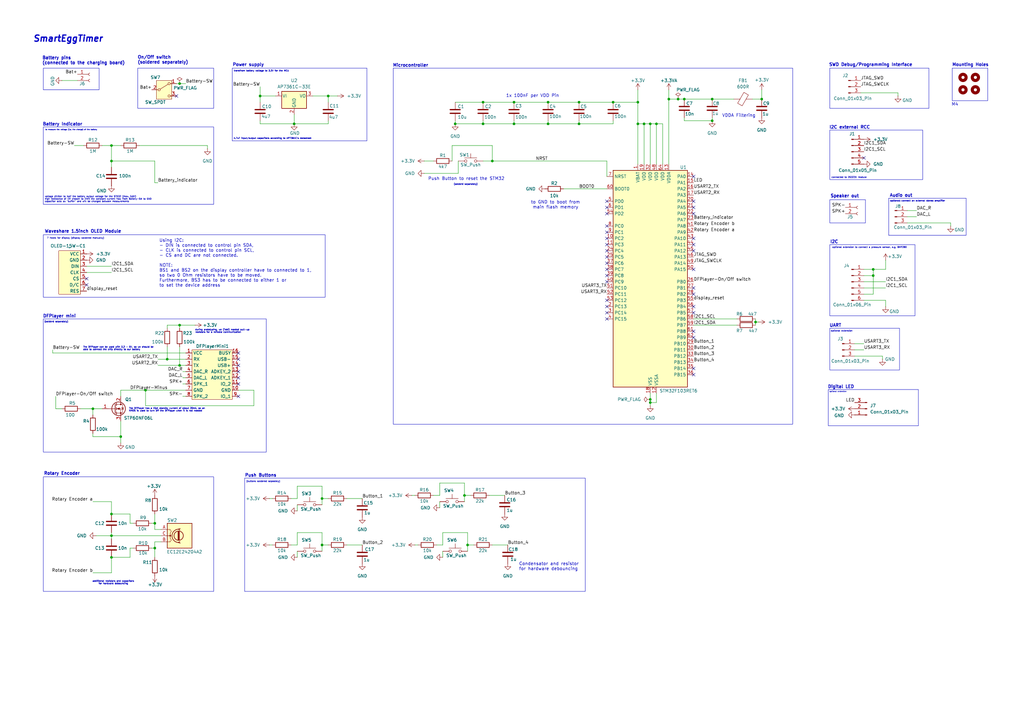
<source format=kicad_sch>
(kicad_sch (version 20231120) (generator "eeschema") (generator_version "8.0")
  (paper "A3")
  (title_block (title "SmartEggTimer") (date "2024-08-09") (rev "v1") (comment 1 "For ESHO_1"))
  (junction (at 201.93 66.04))
  (junction (at 186.69 50.8))
  (junction (at 73.66 34.29))
  (junction (at 210.82 50.8))
  (junction (at 266.7 50.8))
  (junction (at 278.13 40.64))
  (junction (at 63.5 224.79))
  (junction (at 63.5 214.63))
  (junction (at 292.1 49.53))
  (junction (at 269.24 50.8))
  (junction (at 45.72 219.71))
  (junction (at 312.42 40.64))
  (junction (at 358.14 110.49))
  (junction (at 38.1 167.64))
  (junction (at 68.58 147.32))
  (junction (at 224.79 50.8))
  (junction (at 261.62 41.91))
  (junction (at 358.14 113.03))
  (junction (at 237.49 50.8))
  (junction (at 134.62 39.37))
  (junction (at 120.65 50.8))
  (junction (at 261.62 50.8))
  (junction (at 191.77 223.52))
  (junction (at 45.72 59.69))
  (junction (at 237.49 41.91))
  (junction (at 280.67 40.64))
  (junction (at 49.53 179.07))
  (junction (at 73.66 133.35))
  (junction (at 309.88 132.08))
  (junction (at 45.72 228.6))
  (junction (at 198.12 50.8))
  (junction (at 45.72 210.82))
  (junction (at 106.68 39.37))
  (junction (at 45.72 66.04))
  (junction (at 266.7 163.83))
  (junction (at 73.66 149.86))
  (junction (at 190.5 203.2))
  (junction (at 251.46 41.91))
  (junction (at 59.69 160.02))
  (junction (at 132.08 204.47))
  (junction (at 292.1 40.64))
  (junction (at 266.7 165.1))
  (junction (at 264.16 50.8))
  (junction (at 274.32 40.64))
  (junction (at 132.08 223.52))
  (junction (at 198.12 41.91))
  (junction (at 210.82 41.91))
  (junction (at 224.79 41.91))
  (no_connect (at 248.92 107.95))
  (no_connect (at 248.92 95.25))
  (no_connect (at 97.79 157.48))
  (no_connect (at 97.79 154.94))
  (no_connect (at 284.48 82.55))
  (no_connect (at 248.92 115.57))
  (no_connect (at 35.56 114.3))
  (no_connect (at 97.79 144.78))
  (no_connect (at 284.48 153.67))
  (no_connect (at 248.92 85.09))
  (no_connect (at 284.48 102.87))
  (no_connect (at 97.79 149.86))
  (no_connect (at 248.92 110.49))
  (no_connect (at 97.79 162.56))
  (no_connect (at 248.92 105.41))
  (no_connect (at 248.92 102.87))
  (no_connect (at 248.92 128.27))
  (no_connect (at 284.48 97.79))
  (no_connect (at 97.79 147.32))
  (no_connect (at 35.56 116.84))
  (no_connect (at 284.48 135.89))
  (no_connect (at 284.48 151.13))
  (no_connect (at 284.48 87.63))
  (no_connect (at 248.92 123.19))
  (no_connect (at 284.48 128.27))
  (no_connect (at 354.33 64.77))
  (no_connect (at 284.48 72.39))
  (no_connect (at 284.48 100.33))
  (no_connect (at 248.92 87.63))
  (no_connect (at 248.92 130.81))
  (no_connect (at 72.39 39.37))
  (no_connect (at 284.48 85.09))
  (no_connect (at 284.48 138.43))
  (no_connect (at 248.92 82.55))
  (no_connect (at 248.92 113.03))
  (no_connect (at 248.92 92.71))
  (no_connect (at 248.92 97.79))
  (no_connect (at 284.48 118.11))
  (no_connect (at 97.79 152.4))
  (no_connect (at 248.92 125.73))
  (no_connect (at 284.48 110.49))
  (no_connect (at 248.92 100.33))
  (no_connect (at 284.48 125.73))
  (no_connect (at 284.48 120.65))
  (wire (pts (xy 73.66 149.86) (xy 76.2 149.86)))
  (wire (pts (xy 353.06 38.1) (xy 368.3 38.1)))
  (wire (pts (xy 63.5 214.63) (xy 63.5 217.17)))
  (wire (pts (xy 261.62 50.8) (xy 261.62 67.31)))
  (wire (pts (xy 59.69 166.37) (xy 59.69 160.02)))
  (wire (pts (xy 190.5 198.12) (xy 190.5 203.2)))
  (wire (pts (xy 186.69 50.8) (xy 198.12 50.8)))
  (wire (pts (xy 132.08 204.47) (xy 134.62 204.47)))
  (wire (pts (xy 350.52 143.51) (xy 354.33 143.51)))
  (wire (pts (xy 22.86 162.56) (xy 22.86 167.64)))
  (wire (pts (xy 49.53 162.56) (xy 49.53 160.02)))
  (wire (pts (xy 53.34 224.79) (xy 53.34 228.6)))
  (wire (pts (xy 41.91 59.69) (xy 45.72 59.69)))
  (wire (pts (xy 106.68 39.37) (xy 113.03 39.37)))
  (wire (pts (xy 190.5 203.2) (xy 190.5 205.74)))
  (wire (pts (xy 21.59 143.51) (xy 21.59 144.78)))
  (wire (pts (xy 168.91 203.2) (xy 170.18 203.2)))
  (wire (pts (xy 63.5 74.93) (xy 64.77 74.93)))
  (wire (pts (xy 173.99 66.04) (xy 177.8 66.04)))
  (wire (pts (xy 45.72 66.04) (xy 63.5 66.04)))
  (wire (pts (xy 389.89 91.44) (xy 389.89 92.71)))
  (wire (pts (xy 269.24 165.1) (xy 266.7 165.1)))
  (wire (pts (xy 53.34 210.82) (xy 45.72 210.82)))
  (wire (pts (xy 210.82 41.91) (xy 224.79 41.91)))
  (wire (pts (xy 186.69 49.53) (xy 186.69 50.8)))
  (wire (pts (xy 264.16 50.8) (xy 266.7 50.8)))
  (wire (pts (xy 271.78 50.8) (xy 271.78 67.31)))
  (wire (pts (xy 132.08 199.39) (xy 132.08 204.47)))
  (wire (pts (xy 210.82 50.8) (xy 198.12 50.8)))
  (wire (pts (xy 45.72 219.71) (xy 66.04 219.71)))
  (wire (pts (xy 63.5 224.79) (xy 63.5 228.6)))
  (wire (pts (xy 266.7 50.8) (xy 269.24 50.8)))
  (wire (pts (xy 132.08 223.52) (xy 134.62 223.52)))
  (wire (pts (xy 201.93 66.04) (xy 248.92 66.04)))
  (wire (pts (xy 53.34 214.63) (xy 53.34 210.82)))
  (wire (pts (xy 38.1 167.64) (xy 38.1 170.18)))
  (wire (pts (xy 119.38 223.52) (xy 121.92 223.52)))
  (wire (pts (xy 181.61 226.06) (xy 181.61 228.6)))
  (wire (pts (xy 104.14 166.37) (xy 59.69 166.37)))
  (wire (pts (xy 372.11 86.36) (xy 375.92 86.36)))
  (wire (pts (xy 49.53 172.72) (xy 49.53 179.07)))
  (wire (pts (xy 110.49 204.47) (xy 111.76 204.47)))
  (wire (pts (xy 309.88 130.81) (xy 309.88 132.08)))
  (wire (pts (xy 53.34 214.63) (xy 54.61 214.63)))
  (wire (pts (xy 121.92 204.47) (xy 121.92 199.39)))
  (wire (pts (xy 85.09 59.69) (xy 85.09 60.96)))
  (wire (pts (xy 187.96 66.04) (xy 187.96 71.12)))
  (wire (pts (xy 191.77 223.52) (xy 194.31 223.52)))
  (wire (pts (xy 261.62 41.91) (xy 261.62 50.8)))
  (wire (pts (xy 358.14 113.03) (xy 354.33 113.03)))
  (wire (pts (xy 354.33 118.11) (xy 363.22 118.11)))
  (wire (pts (xy 191.77 218.44) (xy 191.77 223.52)))
  (wire (pts (xy 104.14 160.02) (xy 104.14 166.37)))
  (wire (pts (xy 198.12 66.04) (xy 201.93 66.04)))
  (wire (pts (xy 177.8 203.2) (xy 180.34 203.2)))
  (wire (pts (xy 280.67 48.26) (xy 280.67 49.53)))
  (wire (pts (xy 121.92 226.06) (xy 121.92 228.6)))
  (wire (pts (xy 59.69 160.02) (xy 76.2 160.02)))
  (wire (pts (xy 224.79 50.8) (xy 210.82 50.8)))
  (wire (pts (xy 21.59 144.78) (xy 76.2 144.78)))
  (wire (pts (xy 63.5 224.79) (xy 63.5 222.25)))
  (wire (pts (xy 237.49 41.91) (xy 251.46 41.91)))
  (wire (pts (xy 142.24 204.47) (xy 148.59 204.47)))
  (wire (pts (xy 354.33 115.57) (xy 363.22 115.57)))
  (wire (pts (xy 119.38 204.47) (xy 121.92 204.47)))
  (wire (pts (xy 358.14 113.03) (xy 358.14 120.65)))
  (wire (pts (xy 35.56 109.22) (xy 45.72 109.22)))
  (wire (pts (xy 358.14 110.49) (xy 358.14 113.03)))
  (wire (pts (xy 132.08 223.52) (xy 132.08 226.06)))
  (wire (pts (xy 201.93 66.04) (xy 201.93 59.69)))
  (wire (pts (xy 180.34 205.74) (xy 180.34 208.28)))
  (wire (pts (xy 49.53 179.07) (xy 49.53 181.61)))
  (wire (pts (xy 120.65 46.99) (xy 120.65 50.8)))
  (wire (pts (xy 80.01 133.35) (xy 73.66 133.35)))
  (wire (pts (xy 64.77 149.86) (xy 73.66 149.86)))
  (wire (pts (xy 73.66 133.35) (xy 73.66 134.62)))
  (wire (pts (xy 284.48 133.35) (xy 302.26 133.35)))
  (wire (pts (xy 74.93 154.94) (xy 76.2 154.94)))
  (wire (pts (xy 62.23 224.79) (xy 63.5 224.79)))
  (wire (pts (xy 106.68 49.53) (xy 106.68 50.8)))
  (wire (pts (xy 274.32 36.83) (xy 274.32 40.64)))
  (wire (pts (xy 45.72 66.04) (xy 45.72 68.58)))
  (wire (pts (xy 274.32 40.64) (xy 278.13 40.64)))
  (wire (pts (xy 45.72 234.95) (xy 45.72 228.6)))
  (wire (pts (xy 224.79 49.53) (xy 224.79 50.8)))
  (wire (pts (xy 309.88 132.08) (xy 309.88 133.35)))
  (wire (pts (xy 170.18 223.52) (xy 171.45 223.52)))
  (wire (pts (xy 38.1 177.8) (xy 38.1 179.07)))
  (wire (pts (xy 128.27 39.37) (xy 134.62 39.37)))
  (wire (pts (xy 190.5 203.2) (xy 193.04 203.2)))
  (wire (pts (xy 361.95 147.32) (xy 361.95 146.05)))
  (wire (pts (xy 354.33 123.19) (xy 363.22 123.19)))
  (wire (pts (xy 73.66 142.24) (xy 73.66 149.86)))
  (wire (pts (xy 269.24 50.8) (xy 269.24 67.31)))
  (wire (pts (xy 278.13 40.64) (xy 280.67 40.64)))
  (wire (pts (xy 142.24 223.52) (xy 148.59 223.52)))
  (wire (pts (xy 45.72 205.74) (xy 45.72 210.82)))
  (wire (pts (xy 106.68 35.56) (xy 106.68 39.37)))
  (wire (pts (xy 38.1 167.64) (xy 41.91 167.64)))
  (wire (pts (xy 181.61 218.44) (xy 191.77 218.44)))
  (wire (pts (xy 132.08 204.47) (xy 132.08 207.01)))
  (wire (pts (xy 76.2 162.56) (xy 74.93 162.56)))
  (wire (pts (xy 106.68 39.37) (xy 106.68 41.91)))
  (wire (pts (xy 269.24 161.29) (xy 269.24 165.1)))
  (wire (pts (xy 309.88 132.08) (xy 311.15 132.08)))
  (wire (pts (xy 179.07 223.52) (xy 181.61 223.52)))
  (wire (pts (xy 266.7 163.83) (xy 266.7 165.1)))
  (wire (pts (xy 198.12 50.8) (xy 198.12 49.53)))
  (wire (pts (xy 261.62 50.8) (xy 264.16 50.8)))
  (wire (pts (xy 22.86 167.64) (xy 25.4 167.64)))
  (wire (pts (xy 38.1 205.74) (xy 45.72 205.74)))
  (wire (pts (xy 49.53 160.02) (xy 59.69 160.02)))
  (wire (pts (xy 198.12 41.91) (xy 210.82 41.91)))
  (wire (pts (xy 134.62 50.8) (xy 134.62 49.53)))
  (wire (pts (xy 284.48 130.81) (xy 302.26 130.81)))
  (wire (pts (xy 33.02 167.64) (xy 38.1 167.64)))
  (wire (pts (xy 68.58 133.35) (xy 68.58 134.62)))
  (wire (pts (xy 121.92 223.52) (xy 121.92 218.44)))
  (wire (pts (xy 45.72 219.71) (xy 45.72 220.98)))
  (wire (pts (xy 201.93 223.52) (xy 208.28 223.52)))
  (wire (pts (xy 358.14 110.49) (xy 354.33 110.49)))
  (wire (pts (xy 368.3 38.1) (xy 368.3 39.37)))
  (wire (pts (xy 76.2 157.48) (xy 74.93 157.48)))
  (wire (pts (xy 274.32 40.64) (xy 274.32 67.31)))
  (wire (pts (xy 121.92 218.44) (xy 132.08 218.44)))
  (wire (pts (xy 266.7 165.1) (xy 266.7 166.37)))
  (wire (pts (xy 39.37 219.71) (xy 45.72 219.71)))
  (wire (pts (xy 63.5 217.17) (xy 66.04 217.17)))
  (wire (pts (xy 45.72 228.6) (xy 53.34 228.6)))
  (wire (pts (xy 68.58 147.32) (xy 76.2 147.32)))
  (wire (pts (xy 292.1 48.26) (xy 292.1 49.53)))
  (wire (pts (xy 64.77 147.32) (xy 68.58 147.32)))
  (wire (pts (xy 25.4 33.02) (xy 31.75 33.02)))
  (wire (pts (xy 308.61 40.64) (xy 312.42 40.64)))
  (wire (pts (xy 38.1 234.95) (xy 45.72 234.95)))
  (wire (pts (xy 248.92 66.04) (xy 248.92 72.39)))
  (wire (pts (xy 63.5 214.63) (xy 63.5 210.82)))
  (wire (pts (xy 121.92 199.39) (xy 132.08 199.39)))
  (wire (pts (xy 266.7 50.8) (xy 266.7 67.31)))
  (wire (pts (xy 292.1 40.64) (xy 300.99 40.64)))
  (wire (pts (xy 74.93 152.4) (xy 76.2 152.4)))
  (wire (pts (xy 72.39 34.29) (xy 73.66 34.29)))
  (wire (pts (xy 181.61 223.52) (xy 181.61 218.44)))
  (wire (pts (xy 261.62 36.83) (xy 261.62 41.91)))
  (wire (pts (xy 363.22 110.49) (xy 358.14 110.49)))
  (wire (pts (xy 185.42 59.69) (xy 185.42 66.04)))
  (wire (pts (xy 266.7 161.29) (xy 266.7 163.83)))
  (wire (pts (xy 134.62 39.37) (xy 134.62 41.91)))
  (wire (pts (xy 237.49 50.8) (xy 224.79 50.8)))
  (wire (pts (xy 210.82 49.53) (xy 210.82 50.8)))
  (wire (pts (xy 350.52 146.05) (xy 361.95 146.05)))
  (wire (pts (xy 251.46 41.91) (xy 261.62 41.91)))
  (wire (pts (xy 350.52 140.97) (xy 354.33 140.97)))
  (wire (pts (xy 231.14 77.47) (xy 248.92 77.47)))
  (wire (pts (xy 68.58 142.24) (xy 68.58 147.32)))
  (wire (pts (xy 38.1 179.07) (xy 49.53 179.07)))
  (wire (pts (xy 264.16 50.8) (xy 264.16 67.31)))
  (wire (pts (xy 35.56 111.76) (xy 45.72 111.76)))
  (wire (pts (xy 372.11 88.9) (xy 375.92 88.9)))
  (wire (pts (xy 110.49 223.52) (xy 111.76 223.52)))
  (wire (pts (xy 363.22 106.68) (xy 363.22 110.49)))
  (wire (pts (xy 280.67 40.64) (xy 292.1 40.64)))
  (wire (pts (xy 30.48 59.69) (xy 34.29 59.69)))
  (wire (pts (xy 251.46 50.8) (xy 237.49 50.8)))
  (wire (pts (xy 180.34 203.2) (xy 180.34 198.12)))
  (wire (pts (xy 45.72 59.69) (xy 49.53 59.69)))
  (wire (pts (xy 186.69 41.91) (xy 198.12 41.91)))
  (wire (pts (xy 251.46 49.53) (xy 251.46 50.8)))
  (wire (pts (xy 191.77 223.52) (xy 191.77 226.06)))
  (wire (pts (xy 280.67 49.53) (xy 292.1 49.53)))
  (wire (pts (xy 121.92 207.01) (xy 121.92 209.55)))
  (wire (pts (xy 54.61 224.79) (xy 53.34 224.79)))
  (wire (pts (xy 363.22 123.19) (xy 363.22 125.73)))
  (wire (pts (xy 237.49 49.53) (xy 237.49 50.8)))
  (wire (pts (xy 63.5 214.63) (xy 62.23 214.63)))
  (wire (pts (xy 73.66 133.35) (xy 68.58 133.35)))
  (wire (pts (xy 45.72 59.69) (xy 45.72 66.04)))
  (wire (pts (xy 180.34 198.12) (xy 190.5 198.12)))
  (wire (pts (xy 63.5 222.25) (xy 66.04 222.25)))
  (wire (pts (xy 45.72 218.44) (xy 45.72 219.71)))
  (wire (pts (xy 173.99 71.12) (xy 187.96 71.12)))
  (wire (pts (xy 97.79 160.02) (xy 104.14 160.02)))
  (wire (pts (xy 200.66 203.2) (xy 207.01 203.2)))
  (wire (pts (xy 372.11 91.44) (xy 389.89 91.44)))
  (wire (pts (xy 358.14 120.65) (xy 354.33 120.65)))
  (wire (pts (xy 73.66 34.29) (xy 76.2 34.29)))
  (wire (pts (xy 134.62 39.37) (xy 138.43 39.37)))
  (wire (pts (xy 57.15 59.69) (xy 85.09 59.69)))
  (wire (pts (xy 269.24 50.8) (xy 271.78 50.8)))
  (wire (pts (xy 312.42 36.83) (xy 312.42 40.64)))
  (wire (pts (xy 132.08 218.44) (xy 132.08 223.52)))
  (wire (pts (xy 106.68 50.8) (xy 120.65 50.8)))
  (wire (pts (xy 120.65 50.8) (xy 134.62 50.8)))
  (wire (pts (xy 63.5 66.04) (xy 63.5 74.93)))
  (wire (pts (xy 201.93 59.69) (xy 185.42 59.69)))
  (wire (pts (xy 224.79 41.91) (xy 237.49 41.91)))
  (rectangle (start 340.36 134.62) (end 368.935 151.765))
  (rectangle (start 161.29 27.94) (end 325.12 173.99))
  (rectangle (start 340.36 81.915) (end 354.965 91.44))
  (rectangle (start 364.49 81.28) (end 396.24 96.52))
  (rectangle (start 340.36 100.33) (end 375.285 129.54))
  (rectangle (start 17.78 130.81) (end 109.22 185.42))
  (rectangle (start 17.78 96.266) (end 133.35 121.92))
  (rectangle (start 95.25 27.94) (end 150.495 57.785))
  (rectangle (start 17.78 27.94) (end 40.64 36.83))
  (rectangle (start 17.78 52.07) (end 87.63 83.82))
  (rectangle (start 340.36 53.34) (end 378.46 73.66))
  (rectangle (start 100.33 196.088) (end 240.03 242.57))
  (rectangle (start 56.515 27.94) (end 87.63 44.45))
  (rectangle (start 390.525 27.94) (end 405.13 41.275))
  (rectangle (start 340.36 27.94) (end 381 44.45))
  (rectangle (start 17.78 195.58) (end 87.63 242.57))
  (rectangle (start 339.725 159.766) (end 376.682 174.625))
  (text "to measure the voltage (i.e. the charge) of the battery" (at 29.21 53.34 0) (effects (font (size 0.5 0.5))))
  (text "1x 100nF per VDD Pin" (at 218.44 39.37 0) (effects (font (size 1.27 1.27))))
  (text "Rotary Encoder" (at 25.4 194.31 0) (effects (font (size 1.27 1.27) (thickness 0.254) (bold yes))))
  (text "Speaker out" (at 346.456 80.518 0) (effects (font (size 1.27 1.27) (thickness 0.254) (bold yes))))
  (text "M4" (at 391.668 42.926 0) (effects (font (size 1.27 1.27))))
  (text "Waveshare 1.5inch OLED Module" (at 34.036 94.996 0) (effects (font (size 1.27 1.27) (thickness 0.254) (bold yes))))
  (text "Mounting Holes" (at 398.018 26.67 0) (effects (font (size 1.27 1.27) (thickness 0.254) (bold yes))))
  (text "optional extension" (at 343.662 160.782 0) (effects (font (size 0.5 0.5) (thickness 0.1) (bold yes))))
  (text "UART" (at 342.646 133.604 0) (effects (font (size 1.27 1.27) (thickness 0.254) (bold yes))))
  (text "transfrom battery voltage to 3.3V for the MCU" (at 107.188 29.21 0) (effects (font (size 0.635 0.635))))
  (text "during prototyping, we (Tobi) needed pull-up \nresistors for a reliable communication" (at 80.01 135.89 0) (effects (font (size 0.635 0.635)) (justify left)))
  (text "(solderd separately)" (at 191.008 75.692 0) (effects (font (size 0.635 0.635))))
  (text "Microcontroller" (at 168.402 26.924 0) (effects (font (size 1.27 1.27) (bold yes))))
  (text "optional extension" (at 345.186 135.89 0) (effects (font (size 0.635 0.635) (thickness 0.127) (bold yes))))
  (text "voltage divider to half the battery output voltage for the STM32 (max. 3.6V)\nhigh resistance of 1M chosen to limit the constant current flow from Battery-SW to GND\ncapacitor acts as \"buffer\" and will be charged between measurements" (at 18.288 81.788 0) (effects (font (size 0.635 0.635) (thickness 0.127) (bold yes)) (justify left)))
  (text "optional: connect an external stereo amplifier" (at 364.998 82.55 0) (effects (font (size 0.635 0.635)) (justify left)))
  (text "4.7uF input/output capacitors according to AP7361C's datasheet" (at 111.76 56.896 0) (effects (font (size 0.635 0.635))))
  (text "I2C" (at 342.138 99.314 0) (effects (font (size 1.27 1.27) (thickness 0.254) (bold yes))))
  (text "Power supply" (at 101.854 26.67 0) (effects (font (size 1.27 1.27) (thickness 0.254) (bold yes))))
  (text "(buttons soldered sepeately)" (at 107.95 197.612 0) (effects (font (size 0.635 0.635) (thickness 0.127) (bold yes))))
  (text "Condensator and resistor\nfor hardware debouncing" (at 212.852 232.41 0) (effects (font (size 1.27 1.27)) (justify left)))
  (text "Battery pins\n(connected to the charging board)" (at 17.272 24.892 0) (effects (font (size 1.27 1.27) (thickness 0.254) (bold yes)) (justify left)))
  (text "(solderd separately)" (at 23.114 132.08 0) (effects (font (size 0.635 0.635))))
  (text "to GND to boot from\nmain flash memory" (at 227.838 84.074 0) (effects (font (size 1.27 1.27))))
  (text "connected to DS3231 module" (at 348.234 72.898 0) (effects (font (size 0.635 0.635) (thickness 0.127) (bold yes))))
  (text "Push Buttons" (at 106.934 195.072 0) (effects (font (size 1.27 1.27) (thickness 0.254) (bold yes))))
  (text "I2C external RCC" (at 348.488 52.324 0) (effects (font (size 1.27 1.27) (thickness 0.254) (bold yes))))
  (text "SmartEggTimer" (at 27.94 16.002 0) (effects (font (size 2.54 2.54) (thickness 0.508) (bold yes) (italic yes))))
  (text "DFPlayer mini" (at 24.384 129.794 0) (effects (font (size 1.27 1.27) (thickness 0.254) (bold yes))))
  (text "additional resistors and capacitors\nfor hardware debouncing" (at 46.482 239.014 0) (effects (font (size 0.635 0.635))))
  (text "SWD Debug/Programming Interface" (at 357.124 26.67 0) (effects (font (size 1.27 1.27) (thickness 0.254) (bold yes))))
  (text "The DFPlayer can be used with 3,2 - 5V, so we should be \nable to connect the chip directly to our battery" (at 34.036 143.002 0) (effects (font (size 0.635 0.635)) (justify left)))
  (text "On/Off switch\n(soldered separately)" (at 56.388 24.638 0) (effects (font (size 1.27 1.27) (thickness 0.254) (bold yes)) (justify left)))
  (text "Push Button to reset the STM32" (at 191.262 73.406 0) (effects (font (size 1.27 1.27))))
  (text "Audio out" (at 369.57 80.264 0) (effects (font (size 1.27 1.27) (thickness 0.254) (bold yes))))
  (text "VDDA Filtering" (at 303.022 47.498 0) (effects (font (size 1.27 1.27))))
  (text "The DFPlayer has a high standby current of about 20mA, so an\nNMOS is used to turn off the DFPlayer when it is not needed" (at 52.832 168.148 0) (effects (font (size 0.635 0.635)) (justify left)))
  (text "Battery Indicator" (at 25.654 51.054 0) (effects (font (size 1.27 1.27) (thickness 0.254) (bold yes))))
  (text "Using I2C: \n- DIN is connected to control pin SDA,\n- CLK is connected to control pin SCL,\n- CS and DC are not connected.\n\nNOTE:\nBS1 and BS2 on the display controller have to connected to 1, \nso two 0 Ohm resistors have to be moved.\nFurthermore, BS3 has to be connected to either 1 or \nto set the device address" (at 65.278 107.95 0) (effects (font (size 1.27 1.27)) (justify left)))
  (text "7 Holes for display (display soldered manually)" (at 30.988 97.79 0) (effects (font (size 0.635 0.635) (thickness 0.127) (bold yes))))
  (text "Digital LED" (at 344.932 158.75 0) (effects (font (size 1.27 1.27) (thickness 0.254) (bold yes))))
  (text "optional extension to connect a pressure sensor, e.g. BMP280" (at 356.616 101.6 0) (effects (font (size 0.635 0.635) (thickness 0.127) (bold yes))))
  (label "USART3_RX" (at 354.33 143.51 0))
  (label "DAC_L" (at 74.93 154.94 180))
  (label "Rotary Encoder a" (at 284.48 95.25 0))
  (label "JTAG_SWCLK" (at 353.06 35.56 0))
  (label "JTAG_SWD" (at 353.06 33.02 0))
  (label "Button_4" (at 284.48 148.59 0))
  (label "Button_3" (at 284.48 146.05 0))
  (label "DAC_L" (at 375.92 88.9 0))
  (label "Battery-SW" (at 30.48 59.69 180))
  (label "Button_2" (at 284.48 143.51 0))
  (label "SPK+" (at 346.71 87.63 180))
  (label "I2C1_SDA" (at 45.72 109.22 0))
  (label "DAC_R" (at 375.92 86.36 0))
  (label "Bat+" (at 62.23 36.83 180))
  (label "Button_4" (at 208.28 223.52 0))
  (label "display_reset" (at 35.56 119.38 0))
  (label "I2C1_SDA" (at 363.22 115.57 0))
  (label "Button_2" (at 148.59 223.52 0))
  (label "Rotary Encoder a" (at 38.1 205.74 180))
  (label "USART2_TX" (at 64.77 147.32 180))
  (label "DFPlayer-On{slash}Off switch" (at 284.48 115.57 0))
  (label "Button_1" (at 148.59 204.47 0))
  (label "I2C1_SCL" (at 363.22 118.11 0))
  (label "display_reset" (at 284.48 123.19 0))
  (label "LED" (at 350.52 165.1 180))
  (label "BOOT0" (at 237.49 77.47 0))
  (label "USART2_RX" (at 284.48 80.01 0))
  (label "JTAG_SWD" (at 284.48 105.41 0))
  (label "JTAG_SWCLK" (at 284.48 107.95 0))
  (label "DAC_R" (at 74.93 152.4 180))
  (label "DFPlayer-On{slash}Off switch" (at 22.86 162.56 0))
  (label "Rotary Encoder b" (at 38.1 234.95 180))
  (label "I2C1_SCL" (at 284.48 130.81 0))
  (label "USART3_TX" (at 248.92 118.11 180))
  (label "Bat+" (at 31.75 30.48 180))
  (label "SPK-" (at 346.71 85.09 180))
  (label "SPK+" (at 74.93 157.48 180))
  (label "I2C1_SDA" (at 284.48 133.35 0))
  (label "USART2_TX" (at 284.48 77.47 0))
  (label "Button_3" (at 207.01 203.2 0))
  (label "Battery_indicator" (at 64.77 74.93 0))
  (label "Battery-SW" (at 106.68 35.56 180))
  (label "I2C1_SDA" (at 354.33 59.69 0))
  (label "Battery-SW" (at 76.2 34.29 0))
  (label "USART2_RX" (at 64.77 149.86 180))
  (label "I2C1_SCL" (at 45.72 111.76 0))
  (label "Battery_indicator" (at 284.48 90.17 0))
  (label "DFPlayer-Minus" (at 53.34 160.02 0))
  (label "LED" (at 284.48 74.93 0))
  (label "I2C1_SCL" (at 354.33 62.23 0))
  (label "Button_1" (at 284.48 140.97 0))
  (label "SPK-" (at 74.93 162.56 180))
  (label "USART3_TX" (at 354.33 140.97 0))
  (label "Battery-SW" (at 21.59 143.51 0))
  (label "Rotary Encoder b" (at 284.48 92.71 0))
  (label "USART3_RX" (at 248.92 120.65 180))
  (label "NRST" (at 219.71 66.04 0))
  (symbol (lib_id "Device:R") (at 138.43 204.47 270) (unit 1)
    (property "Reference" "R15" (at 138.43 202.184 90))
    (property "Value" "22k" (at 138.43 206.756 90))
    (property "Footprint" "Resistor_SMD:R_0402_1005Metric" (effects (hide yes)))
    (property "Description" "Resistor" (effects (hide yes)))
    (property "LCSC Part Number" "C25768" (effects (hide yes)))
  )
  (symbol (lib_id "power:GND") (at 45.72 76.2 0) (unit 1)
    (property "Reference" "#PWR046" (effects (hide yes)))
    (property "Value" "GND" (at 41.656 78.232 0))
    (property "Description" "Power symbol creates a global label with name \"GND\" , ground" (effects (hide yes)))
  )
  (symbol (lib_id "Device:R") (at 68.58 138.43 0) (unit 1)
    (property "Reference" "R22" (at 63.5 136.652 0) (effects (justify left)))
    (property "Value" "100k" (at 62.23 140.208 0) (effects (justify left)))
    (property "Footprint" "Resistor_SMD:R_0402_1005Metric" (effects (hide yes)))
    (property "Description" "Resistor" (effects (hide yes)))
    (property "LCSC Part Number" "C25741" (effects (hide yes)))
  )
  (symbol (lib_id "Device:Q_NMOS_GDS") (at 46.99 167.64 0) (unit 1) (in_bom no)
    (property "Reference" "Q1" (at 51.308 163.83 0) (effects (justify left)))
    (property "Value" "STP60NF06L" (at 50.8 171.45 0) (effects (justify left)))
    (property "Footprint" "Package_TO_SOT_THT:TO-220-3_Vertical" (effects (hide yes)))
    (property "Description" "N-MOSFET transistor, gate/drain/source" (effects (hide yes)))
  )
  (symbol (lib_id "power:+3.3V") (at 63.5 203.2 0) (mirror y) (unit 1)
    (property "Reference" "#PWR042" (effects (hide yes)))
    (property "Value" "+3.3V" (at 66.04 199.39 0) (effects (justify left)))
    (property "Description" "Power symbol creates a global label with name \"+3.3V\"" (effects (hide yes)))
  )
  (symbol (lib_id "power:+3.3V") (at 110.49 223.52 90) (unit 1)
    (property "Reference" "#PWR021" (effects (hide yes)))
    (property "Value" "+3.3V" (at 106.68 223.5199 90) (effects (justify left)))
    (property "Description" "Power symbol creates a global label with name \"+3.3V\"" (effects (hide yes)))
  )
  (symbol (lib_id "power:GND") (at 49.53 181.61 0) (unit 1)
    (property "Reference" "#PWR033" (effects (hide yes)))
    (property "Value" "GND" (at 53.34 183.388 0))
    (property "Description" "Power symbol creates a global label with name \"GND\" , ground" (effects (hide yes)))
  )
  (symbol (lib_id "Device:R") (at 63.5 207.01 0) (mirror y) (unit 1)
    (property "Reference" "R8" (at 60.706 205.232 0))
    (property "Value" "10k" (at 67.056 208.788 0))
    (property "Footprint" "Resistor_SMD:R_0402_1005Metric" (effects (hide yes)))
    (property "Description" "Resistor" (effects (hide yes)))
    (property "LCSC Part Number" "C25744" (effects (hide yes)))
  )
  (symbol (lib_id "Device:C") (at 148.59 227.33 0) (unit 1)
    (property "Reference" "C17" (at 149.606 225.298 0) (effects (justify left)))
    (property "Value" "1u" (at 149.098 229.616 0) (effects (justify left)))
    (property "Footprint" "Capacitor_SMD:C_0402_1005Metric" (effects (hide yes)))
    (property "Description" "Unpolarized capacitor" (effects (hide yes)))
    (property "LCSC Part Number" "C52923" (effects (hide yes)))
  )
  (symbol (lib_id "power:+3.3V") (at 170.18 223.52 90) (unit 1)
    (property "Reference" "#PWR028" (effects (hide yes)))
    (property "Value" "+3.3V" (at 166.37 223.5199 90) (effects (justify left)))
    (property "Description" "Power symbol creates a global label with name \"+3.3V\"" (effects (hide yes)))
  )
  (symbol (lib_id "power:GND") (at 121.92 209.55 270) (unit 1)
    (property "Reference" "#PWR019" (effects (hide yes)))
    (property "Value" "GND" (at 118.11 209.5499 90) (effects (justify right)))
    (property "Description" "Power symbol creates a global label with name \"GND\" , ground" (effects (hide yes)))
  )
  (symbol (lib_id "Connector:Conn_01x03_Pin") (at 355.6 167.64 180) (unit 1) (in_bom no)
    (property "Reference" "J7" (at 356.87 166.3699 0) (effects (justify right)))
    (property "Value" "Conn_01x03_Pin" (at 356.87 168.9099 0) (effects (justify right)))
    (property "Footprint" "Connector_PinHeader_2.54mm:PinHeader_1x03_P2.54mm_Vertical" (effects (hide yes)))
    (property "Description" "Generic connector, single row, 01x03, script generated" (effects (hide yes)))
  )
  (symbol (lib_id "Device:R") (at 138.43 223.52 270) (unit 1)
    (property "Reference" "R19" (at 138.43 221.234 90))
    (property "Value" "22k" (at 138.43 225.806 90))
    (property "Footprint" "Resistor_SMD:R_0402_1005Metric" (effects (hide yes)))
    (property "Description" "Resistor" (effects (hide yes)))
    (property "LCSC Part Number" "C25768" (effects (hide yes)))
  )
  (symbol (lib_id "power:GND") (at 208.28 231.14 0) (unit 1)
    (property "Reference" "#PWR039" (effects (hide yes)))
    (property "Value" "GND" (at 208.28 236.22 0))
    (property "Description" "Power symbol creates a global label with name \"GND\" , ground" (effects (hide yes)))
  )
  (symbol (lib_id "power:GND") (at 173.99 71.12 270) (unit 1)
    (property "Reference" "#PWR09" (effects (hide yes)))
    (property "Value" "GND" (at 170.18 71.1199 90) (effects (justify right)))
    (property "Description" "Power symbol creates a global label with name \"GND\" , ground" (effects (hide yes)))
  )
  (symbol (lib_id "Device:C") (at 292.1 44.45 0) (unit 1)
    (property "Reference" "C8" (at 292.354 42.418 0) (effects (justify left)))
    (property "Value" "1u" (at 292.1 46.482 0) (effects (justify left)))
    (property "Footprint" "Capacitor_SMD:C_0402_1005Metric" (effects (hide yes)))
    (property "Description" "Unpolarized capacitor" (effects (hide yes)))
    (property "LCSC Part Number" "C52923" (effects (hide yes)))
  )
  (symbol (lib_id "power:GND") (at 25.4 33.02 270) (unit 1)
    (property "Reference" "#PWR012" (effects (hide yes)))
    (property "Value" "GND" (at 21.59 33.274 0))
    (property "Description" "Power symbol creates a global label with name \"GND\" , ground" (effects (hide yes)))
  )
  (symbol (lib_id "power:+3.3V") (at 138.43 39.37 270) (unit 1)
    (property "Reference" "#PWR014" (effects (hide yes)))
    (property "Value" "+3.3V" (at 142.24 39.3699 90) (effects (justify left)))
    (property "Description" "Power symbol creates a global label with name \"+3.3V\"" (effects (hide yes)))
  )
  (symbol (lib_id "power:GND") (at 148.59 231.14 0) (unit 1)
    (property "Reference" "#PWR037" (effects (hide yes)))
    (property "Value" "GND" (at 148.59 236.22 0))
    (property "Description" "Power symbol creates a global label with name \"GND\" , ground" (effects (hide yes)))
  )
  (symbol (lib_id "power:+3.3V") (at 311.15 132.08 270) (unit 1)
    (property "Reference" "#PWR040" (effects (hide yes)))
    (property "Value" "+3.3V" (at 314.96 132.0799 90) (effects (justify left)))
    (property "Description" "Power symbol creates a global label with name \"+3.3V\"" (effects (hide yes)))
  )
  (symbol (lib_id "power:+3.3V") (at 350.52 167.64 90) (unit 1)
    (property "Reference" "#PWR045" (effects (hide yes)))
    (property "Value" "+3.3V" (at 346.71 167.64 90) (effects (justify left)))
    (property "Description" "Power symbol creates a global label with name \"+3.3V\"" (effects (hide yes)))
  )
  (symbol (lib_id "Device:R") (at 38.1 59.69 270) (unit 1)
    (property "Reference" "R12" (at 38.1 57.404 90))
    (property "Value" "1M" (at 38.1 61.976 90))
    (property "Footprint" "Resistor_SMD:R_0402_1005Metric" (effects (hide yes)))
    (property "Description" "Resistor" (effects (hide yes)))
    (property "LCSC Part Number" "C26083" (effects (hide yes)))
  )
  (symbol (lib_id "Switch:SW_Push") (at 127 207.01 0) (unit 1) (in_bom no)
    (property "Reference" "SW3" (at 125.73 202.438 0))
    (property "Value" "SW_Push" (at 127.508 208.788 0))
    (property "Footprint" "Button_Switch_THT:SW_PUSH_6mm_H13mm" (effects (hide yes)))
    (property "Description" "Push button switch, generic, two pins" (effects (hide yes)))
  )
  (symbol (lib_id "custom-parts:OLED-15W-C") (at 27.94 110.49 0) (unit 1) (in_bom no)
    (property "Reference" "OLED-15W-C1" (at 27.94 100.838 0))
    (property "Value" "~" (at 28.575 101.6 0))
    (property "Footprint" "Connector_PinSocket_2.54mm:PinSocket_1x07_P2.54mm_Vertical" (effects (hide yes)))
  )
  (symbol (lib_id "power:+3.3V") (at 261.62 36.83 0) (unit 1)
    (property "Reference" "#PWR01" (effects (hide yes)))
    (property "Value" "+3.3V" (at 261.62 33.02 0))
    (property "Description" "Power symbol creates a global label with name \"+3.3V\"" (effects (hide yes)))
  )
  (symbol (lib_id "power:PWR_FLAG") (at 73.66 34.29 0) (unit 1)
    (property "Reference" "#FLG02" (effects (hide yes)))
    (property "Value" "PWR_FLAG" (at 75.946 36.068 0))
    (property "Description" "Special symbol for telling ERC where power comes from" (effects (hide yes)))
  )
  (symbol (lib_id "power:GND") (at 121.92 228.6 270) (unit 1)
    (property "Reference" "#PWR022" (effects (hide yes)))
    (property "Value" "GND" (at 118.11 228.5999 90) (effects (justify right)))
    (property "Description" "Power symbol creates a global label with name \"GND\" , ground" (effects (hide yes)))
  )
  (symbol (lib_id "power:+3.3VA") (at 274.32 36.83 0) (unit 1)
    (property "Reference" "#PWR02" (effects (hide yes)))
    (property "Value" "+3.3VA" (at 274.32 33.02 0))
    (property "Description" "Power symbol creates a global label with name \"+3.3VA\"" (effects (hide yes)))
  )
  (symbol (lib_id "Device:C") (at 198.12 45.72 0) (unit 1)
    (property "Reference" "C2" (at 198.882 43.688 0) (effects (justify left)))
    (property "Value" "100n" (at 198.628 48.006 0) (effects (justify left)))
    (property "Footprint" "Capacitor_SMD:C_0402_1005Metric" (effects (hide yes)))
    (property "Description" "Unpolarized capacitor" (effects (hide yes)))
    (property "LCSC Part Number" "C307331" (effects (hide yes)))
  )
  (symbol (lib_id "Connector:Conn_01x02_Socket") (at 351.79 85.09 0) (unit 1) (in_bom no)
    (property "Reference" "J5" (at 347.472 88.9 0) (effects (justify left)))
    (property "Value" "Conn_01x02_Socket" (effects (hide yes)))
    (property "Footprint" "Connector_PinHeader_2.54mm:PinHeader_1x02_P2.54mm_Vertical" (effects (hide yes)))
    (property "Description" "Generic connector, single row, 01x02, script generated" (effects (hide yes)))
  )
  (symbol (lib_id "Device:R") (at 58.42 224.79 270) (unit 1)
    (property "Reference" "R10" (at 58.674 222.758 90))
    (property "Value" "10k" (at 58.674 226.822 90))
    (property "Footprint" "Resistor_SMD:R_0402_1005Metric" (effects (hide yes)))
    (property "Description" "Resistor" (effects (hide yes)))
    (property "LCSC Part Number" "C25744" (effects (hide yes)))
  )
  (symbol (lib_id "Device:C") (at 186.69 45.72 0) (unit 1)
    (property "Reference" "C1" (at 187.706 43.688 0) (effects (justify left)))
    (property "Value" "10u" (at 187.706 48.006 0) (effects (justify left)))
    (property "Footprint" "Capacitor_SMD:C_0603_1608Metric" (effects (hide yes)))
    (property "Description" "Unpolarized capacitor" (effects (hide yes)))
    (property "LCSC Part Number" "C19702" (effects (hide yes)))
  )
  (symbol (lib_id "Mechanical:MountingHole") (at 394.97 31.75 0) (unit 1) (exclude_from_sim yes) (in_bom no)
    (property "Reference" "H8" (effects (hide yes)))
    (property "Value" "MountingHole" (effects (hide yes)))
    (property "Footprint" "custom-parts:MountingHole_4.3mm_M4_Without-Screws" (effects (hide yes)))
    (property "Description" "Mounting Hole without connection" (effects (hide yes)))
  )
  (symbol (lib_id "power:GND") (at 148.59 212.09 0) (unit 1)
    (property "Reference" "#PWR032" (effects (hide yes)))
    (property "Value" "GND" (at 148.59 217.17 0))
    (property "Description" "Power symbol creates a global label with name \"GND\" , ground" (effects (hide yes)))
  )
  (symbol (lib_id "power:GND") (at 266.7 166.37 0) (unit 1)
    (property "Reference" "#PWR03" (effects (hide yes)))
    (property "Value" "GND" (at 266.7 171.45 0))
    (property "Description" "Power symbol creates a global label with name \"GND\" , ground" (effects (hide yes)))
  )
  (symbol (lib_id "Regulator_Linear:AP7361C-33E") (at 120.65 39.37 0) (unit 1)
    (property "Reference" "U2" (at 120.65 33.02 0))
    (property "Value" "AP7361C-33E" (at 120.65 35.56 0))
    (property "Footprint" "custom-parts:SOT-223_L6.5-W3.5-P2.30-LS7.0-BR" (effects (hide yes)))
    (property "Datasheet" "https://www.diodes.com/assets/Datasheets/AP7361C.pdf" (effects (hide yes)))
    (property "Description" "1A Low Dropout regulator, positive, 3.3V fixed output, SOT-223" (effects (hide yes)))
    (property "LCSC Part Number" "C500795" (effects (hide yes)))
  )
  (symbol (lib_id "MCU_ST_STM32F1:STM32F103RETx") (at 266.7 115.57 0) (unit 1)
    (property "Reference" "U1" (at 278.892 68.58 0) (effects (justify left)))
    (property "Value" "STM32F103RET6" (at 270.51 160.274 0) (effects (justify left)))
    (property "Footprint" "custom-parts:LQFP-64_L10.0-W10.0-P0.50-LS12.0-BL" (effects (hide yes)))
    (property "Datasheet" "https://www.st.com/resource/en/datasheet/stm32f103re.pdf" (effects (hide yes)))
    (property "Description" "STMicroelectronics Arm Cortex-M3 MCU, 512KB flash, 64KB RAM, 72 MHz, 2.0-3.6V, 51 GPIO, LQFP64" (effects (hide yes)))
    (property "LCSC Part Number" "C8322" (effects (hide yes)))
  )
  (symbol (lib_id "power:GND") (at 368.3 39.37 0) (unit 1)
    (property "Reference" "#PWR018" (effects (hide yes)))
    (property "Value" "GND" (at 372.11 41.148 0))
    (property "Description" "Power symbol creates a global label with name \"GND\" , ground" (effects (hide yes)))
  )
  (symbol (lib_id "Device:R") (at 306.07 133.35 90) (unit 1)
    (property "Reference" "R7" (at 303.276 135.636 90))
    (property "Value" "4k7" (at 308.864 135.636 90))
    (property "Footprint" "Resistor_SMD:R_0402_1005Metric" (effects (hide yes)))
    (property "Description" "Resistor" (effects (hide yes)))
    (property "LCSC Part Number" "C25900" (effects (hide yes)))
  )
  (symbol (lib_id "Connector:Conn_01x05_Pin") (at 349.25 62.23 0) (unit 1) (in_bom no)
    (property "Reference" "J1" (at 349.504 54.864 0))
    (property "Value" "Conn_01x05_Pin" (at 351.79 69.85 0))
    (property "Footprint" "Connector_PinHeader_2.54mm:PinHeader_1x05_P2.54mm_Vertical" (effects (hide yes)))
    (property "Description" "Generic connector, single row, 01x05, script generated" (effects (hide yes)))
  )
  (symbol (lib_id "Device:R") (at 196.85 203.2 270) (unit 1)
    (property "Reference" "R17" (at 196.85 200.914 90))
    (property "Value" "22k" (at 196.85 205.486 90))
    (property "Footprint" "Resistor_SMD:R_0402_1005Metric" (effects (hide yes)))
    (property "Description" "Resistor" (effects (hide yes)))
    (property "LCSC Part Number" "C25768" (effects (hide yes)))
  )
  (symbol (lib_id "Device:R") (at 115.57 223.52 270) (unit 1)
    (property "Reference" "R18" (at 115.57 221.234 90))
    (property "Value" "10k" (at 115.57 225.806 90))
    (property "Footprint" "Resistor_SMD:R_0402_1005Metric" (effects (hide yes)))
    (property "Description" "Resistor" (effects (hide yes)))
    (property "LCSC Part Number" "C25744" (effects (hide yes)))
  )
  (symbol (lib_id "Device:C") (at 134.62 45.72 0) (unit 1)
    (property "Reference" "C11" (at 135.128 43.434 0) (effects (justify left)))
    (property "Value" "4u7" (at 134.874 48.006 0) (effects (justify left)))
    (property "Footprint" "Capacitor_SMD:C_0805_2012Metric" (effects (hide yes)))
    (property "Description" "Unpolarized capacitor" (effects (hide yes)))
    (property "LCSC Part Number" "C1779" (effects (hide yes)))
  )
  (symbol (lib_id "custom-parts:DFPlayer_Mini") (at 85.09 151.13 0) (unit 1) (in_bom no)
    (property "Reference" "DFPlayerMini1" (at 87.122 141.986 0))
    (property "Value" "~" (at 86.995 142.24 0))
    (property "Footprint" "custom-parts:DFplayer-Mini" (effects (hide yes)))
  )
  (symbol (lib_id "Device:C") (at 210.82 45.72 0) (unit 1)
    (property "Reference" "C3" (at 211.328 43.434 0) (effects (justify left)))
    (property "Value" "100n" (at 211.328 48.006 0) (effects (justify left)))
    (property "Footprint" "Capacitor_SMD:C_0402_1005Metric" (effects (hide yes)))
    (property "Description" "Unpolarized capacitor" (effects (hide yes)))
    (property "LCSC Part Number" "C307331" (effects (hide yes)))
  )
  (symbol (lib_id "power:GND") (at 354.33 67.31 90) (unit 1)
    (property "Reference" "#PWR031" (effects (hide yes)))
    (property "Value" "GND" (at 358.14 67.3099 90) (effects (justify right)))
    (property "Description" "Power symbol creates a global label with name \"GND\" , ground" (effects (hide yes)))
  )
  (symbol (lib_id "Device:C") (at 280.67 44.45 0) (unit 1)
    (property "Reference" "C7" (at 281.432 42.418 0) (effects (justify left)))
    (property "Value" "10n" (at 280.924 46.736 0) (effects (justify left)))
    (property "Footprint" "Capacitor_SMD:C_0402_1005Metric" (effects (hide yes)))
    (property "Description" "Unpolarized capacitor" (effects (hide yes)))
    (property "LCSC Part Number" "C15195" (effects (hide yes)))
  )
  (symbol (lib_id "Device:R") (at 181.61 66.04 270) (unit 1)
    (property "Reference" "R1" (at 181.61 63.754 90))
    (property "Value" "4k7" (at 181.61 68.326 90))
    (property "Footprint" "Resistor_SMD:R_0402_1005Metric" (effects (hide yes)))
    (property "Description" "Resistor" (effects (hide yes)))
    (property "LCSC Part Number" "C25900" (effects (hide yes)))
  )
  (symbol (lib_id "Device:C") (at 45.72 72.39 0) (unit 1)
    (property "Reference" "C14" (at 39.37 72.136 0) (effects (justify left)))
    (property "Value" "100n" (at 48.768 72.136 0) (effects (justify left)))
    (property "Footprint" "Capacitor_SMD:C_0402_1005Metric" (effects (hide yes)))
    (property "Description" "Unpolarized capacitor" (effects (hide yes)))
    (property "LCSC Part Number" "C307331" (effects (hide yes)))
  )
  (symbol (lib_id "power:GND") (at 180.34 208.28 270) (unit 1)
    (property "Reference" "#PWR024" (effects (hide yes)))
    (property "Value" "GND" (at 176.53 208.2799 90) (effects (justify right)))
    (property "Description" "Power symbol creates a global label with name \"GND\" , ground" (effects (hide yes)))
  )
  (symbol (lib_id "Device:R") (at 29.21 167.64 90) (unit 1)
    (property "Reference" "R5" (at 30.988 165.354 90) (effects (justify left)))
    (property "Value" "100" (at 30.734 170.18 90) (effects (justify left)))
    (property "Footprint" "Resistor_SMD:R_0402_1005Metric" (effects (hide yes)))
    (property "Description" "Resistor" (effects (hide yes)))
    (property "LCSC Part Number" "C25076" (effects (hide yes)))
  )
  (symbol (lib_id "Device:R") (at 63.5 232.41 180) (unit 1)
    (property "Reference" "R11" (at 60.452 230.632 0))
    (property "Value" "10k" (at 67.056 233.68 0))
    (property "Footprint" "Resistor_SMD:R_0402_1005Metric" (effects (hide yes)))
    (property "Description" "Resistor" (effects (hide yes)))
    (property "LCSC Part Number" "C25744" (effects (hide yes)))
  )
  (symbol (lib_id "Switch:SW_Push") (at 186.69 226.06 0) (unit 1) (in_bom no)
    (property "Reference" "SW6" (at 185.42 221.488 0))
    (property "Value" "SW_Push" (at 187.198 227.838 0))
    (property "Footprint" "custom-parts:SW_PUSH_6mm_H13mm_No-Pad_Top-Left" (effects (hide yes)))
    (property "Description" "Push button switch, generic, two pins" (effects (hide yes)))
  )
  (symbol (lib_id "power:+3.3V") (at 354.33 57.15 270) (unit 1)
    (property "Reference" "#PWR030" (effects (hide yes)))
    (property "Value" "+3.3V" (at 358.14 57.1499 90) (effects (justify left)))
    (property "Description" "Power symbol creates a global label with name \"+3.3V\"" (effects (hide yes)))
  )
  (symbol (lib_id "Device:R") (at 38.1 173.99 0) (unit 1)
    (property "Reference" "R4" (at 34.036 172.72 0) (effects (justify left)))
    (property "Value" "100k" (at 39.37 176.022 0) (effects (justify left)))
    (property "Footprint" "Resistor_SMD:R_0402_1005Metric" (effects (hide yes)))
    (property "Description" "Resistor" (effects (hide yes)))
    (property "LCSC Part Number" "C25741" (effects (hide yes)))
  )
  (symbol (lib_id "power:GND") (at 363.22 125.73 0) (unit 1)
    (property "Reference" "#PWR047" (effects (hide yes)))
    (property "Value" "GND" (at 366.776 127.762 0))
    (property "Description" "Power symbol creates a global label with name \"GND\" , ground" (effects (hide yes)))
  )
  (symbol (lib_id "Device:RotaryEncoder") (at 73.66 219.71 0) (unit 1)
    (property "Reference" "SW2" (at 70.612 213.36 0))
    (property "Value" "EC12E24204A2" (at 75.692 226.314 0))
    (property "Footprint" "custom-parts:SW-TH_EC12E24204A2" (effects (hide yes)))
    (property "Description" "Rotary encoder, dual channel, incremental quadrate outputs" (effects (hide yes)))
    (property "LCSC Part Number" "C351238" (effects (hide yes)))
  )
  (symbol (lib_id "power:PWR_FLAG") (at 278.13 40.64 0) (unit 1)
    (property "Reference" "#FLG01" (effects (hide yes)))
    (property "Value" "PWR_FLAG" (at 282.194 36.83 0))
    (property "Description" "Special symbol for telling ERC where power comes from" (effects (hide yes)))
  )
  (symbol (lib_id "Device:R") (at 73.66 138.43 0) (unit 1)
    (property "Reference" "R23" (at 74.93 136.652 0) (effects (justify left)))
    (property "Value" "100k" (at 75.184 140.208 0) (effects (justify left)))
    (property "Footprint" "Resistor_SMD:R_0402_1005Metric" (effects (hide yes)))
    (property "Description" "Resistor" (effects (hide yes)))
    (property "LCSC Part Number" "C25741" (effects (hide yes)))
  )
  (symbol (lib_id "Device:R") (at 58.42 214.63 270) (mirror x) (unit 1)
    (property "Reference" "R9" (at 58.674 212.344 90))
    (property "Value" "10k" (at 58.42 216.916 90))
    (property "Footprint" "Resistor_SMD:R_0402_1005Metric" (effects (hide yes)))
    (property "Description" "Resistor" (effects (hide yes)))
    (property "LCSC Part Number" "C25744" (effects (hide yes)))
  )
  (symbol (lib_id "Device:C") (at 45.72 224.79 0) (unit 1)
    (property "Reference" "C13" (at 40.894 224.79 0))
    (property "Value" "10n" (at 50.292 224.79 0))
    (property "Footprint" "Capacitor_SMD:C_0402_1005Metric" (effects (hide yes)))
    (property "Description" "Unpolarized capacitor" (effects (hide yes)))
    (property "LCSC Part Number" "C15195" (effects (hide yes)))
  )
  (symbol (lib_id "power:GND") (at 181.61 228.6 270) (unit 1)
    (property "Reference" "#PWR029" (effects (hide yes)))
    (property "Value" "GND" (at 177.8 228.5999 90) (effects (justify right)))
    (property "Description" "Power symbol creates a global label with name \"GND\" , ground" (effects (hide yes)))
  )
  (symbol (lib_id "power:GND") (at 186.69 50.8 0) (unit 1)
    (property "Reference" "#PWR06" (effects (hide yes)))
    (property "Value" "GND" (at 186.69 55.88 0))
    (property "Description" "Power symbol creates a global label with name \"GND\" , ground" (effects (hide yes)))
  )
  (symbol (lib_id "Device:C") (at 106.68 45.72 0) (unit 1)
    (property "Reference" "C10" (at 107.442 43.688 0) (effects (justify left)))
    (property "Value" "4u7" (at 107.188 47.752 0) (effects (justify left)))
    (property "Footprint" "Capacitor_SMD:C_0805_2012Metric" (effects (hide yes)))
    (property "Description" "Unpolarized capacitor" (effects (hide yes)))
    (property "LCSC Part Number" "C1779" (effects (hide yes)))
  )
  (symbol (lib_id "Device:C") (at 148.59 208.28 0) (unit 1)
    (property "Reference" "C15" (at 149.098 206.248 0) (effects (justify left)))
    (property "Value" "1u" (at 149.352 210.312 0) (effects (justify left)))
    (property "Footprint" "Capacitor_SMD:C_0402_1005Metric" (effects (hide yes)))
    (property "Description" "Unpolarized capacitor" (effects (hide yes)))
    (property "LCSC Part Number" "C52923" (effects (hide yes)))
  )
  (symbol (lib_id "power:GND") (at 389.89 92.71 0) (unit 1)
    (property "Reference" "#PWR036" (effects (hide yes)))
    (property "Value" "GND" (at 393.446 94.234 0))
    (property "Description" "Power symbol creates a global label with name \"GND\" , ground" (effects (hide yes)))
  )
  (symbol (lib_id "Device:R") (at 115.57 204.47 270) (unit 1)
    (property "Reference" "R14" (at 115.57 202.184 90))
    (property "Value" "10k" (at 115.57 206.756 90))
    (property "Footprint" "Resistor_SMD:R_0402_1005Metric" (effects (hide yes)))
    (property "Description" "Resistor" (effects (hide yes)))
    (property "LCSC Part Number" "C25744" (effects (hide yes)))
  )
  (symbol (lib_id "power:GND") (at 35.56 106.68 90) (unit 1)
    (property "Reference" "#PWR035" (effects (hide yes)))
    (property "Value" "GND" (at 39.37 106.6799 90) (effects (justify right)))
    (property "Description" "Power symbol creates a global label with name \"GND\" , ground" (effects (hide yes)))
  )
  (symbol (lib_id "power:GND") (at 223.52 77.47 270) (unit 1)
    (property "Reference" "#PWR011" (effects (hide yes)))
    (property "Value" "GND" (at 219.71 77.4699 90) (effects (justify right)))
    (property "Description" "Power symbol creates a global label with name \"GND\" , ground" (effects (hide yes)))
  )
  (symbol (lib_id "power:GND") (at 39.37 219.71 270) (unit 1)
    (property "Reference" "#PWR017" (effects (hide yes)))
    (property "Value" "GND" (at 35.56 219.7099 90) (effects (justify right)))
    (property "Description" "Power symbol creates a global label with name \"GND\" , ground" (effects (hide yes)))
  )
  (symbol (lib_id "Connector:Conn_01x03_Pin") (at 367.03 88.9 0) (unit 1) (in_bom no)
    (property "Reference" "J8" (at 368.3 84.582 0))
    (property "Value" "Conn_01x03_Pin" (at 374.396 93.218 0))
    (property "Footprint" "Connector_PinHeader_2.54mm:PinHeader_1x03_P2.54mm_Vertical" (effects (hide yes)))
    (property "Description" "Generic connector, single row, 01x03, script generated" (effects (hide yes)))
  )
  (symbol (lib_id "power:PWR_FLAG") (at 266.7 163.83 90) (unit 1)
    (property "Reference" "#FLG03" (effects (hide yes)))
    (property "Value" "PWR_FLAG" (at 262.89 163.8299 90) (effects (justify left)))
    (property "Description" "Special symbol for telling ERC where power comes from" (effects (hide yes)))
  )
  (symbol (lib_id "Device:C") (at 45.72 214.63 0) (mirror y) (unit 1)
    (property "Reference" "C12" (at 40.894 214.63 0))
    (property "Value" "10n" (at 50.292 214.63 0))
    (property "Footprint" "Capacitor_SMD:C_0402_1005Metric" (effects (hide yes)))
    (property "Description" "Unpolarized capacitor" (effects (hide yes)))
    (property "LCSC Part Number" "C15195" (effects (hide yes)))
  )
  (symbol (lib_id "Device:C") (at 312.42 44.45 0) (unit 1)
    (property "Reference" "C9" (at 312.928 42.418 0) (effects (justify left)))
    (property "Value" "1u" (at 312.674 46.736 0) (effects (justify left)))
    (property "Footprint" "Capacitor_SMD:C_0402_1005Metric" (effects (hide yes)))
    (property "Description" "Unpolarized capacitor" (effects (hide yes)))
    (property "LCSC Part Number" "C52923" (effects (hide yes)))
  )
  (symbol (lib_id "power:+3.3V") (at 312.42 36.83 0) (unit 1)
    (property "Reference" "#PWR07" (effects (hide yes)))
    (property "Value" "+3.3V" (at 312.42 32.766 0))
    (property "Description" "Power symbol creates a global label with name \"+3.3V\"" (effects (hide yes)))
  )
  (symbol (lib_id "Device:R") (at 306.07 130.81 90) (unit 1)
    (property "Reference" "R6" (at 303.276 128.778 90))
    (property "Value" "4k7" (at 308.61 128.778 90))
    (property "Footprint" "Resistor_SMD:R_0402_1005Metric" (effects (hide yes)))
    (property "Description" "Resistor" (effects (hide yes)))
    (property "LCSC Part Number" "C25900" (effects (hide yes)))
  )
  (symbol (lib_id "power:GND") (at 350.52 170.18 270) (unit 1)
    (property "Reference" "#PWR044" (effects (hide yes)))
    (property "Value" "GND" (at 344.17 170.434 90))
    (property "Description" "Power symbol creates a global label with name \"GND\" , ground" (effects (hide yes)))
  )
  (symbol (lib_id "Switch:SW_Push") (at 193.04 66.04 0) (unit 1) (in_bom no)
    (property "Reference" "SW1" (at 190.5 63.5 0))
    (property "Value" "SW_Push" (at 193.04 67.564 0))
    (property "Footprint" "Button_Switch_THT:SW_PUSH_6mm" (effects (hide yes)))
    (property "Description" "Push button switch, generic, two pins" (effects (hide yes)))
  )
  (symbol (lib_id "Switch:SW_Push") (at 185.42 205.74 0) (unit 1) (in_bom no)
    (property "Reference" "SW4" (at 184.15 201.168 0))
    (property "Value" "SW_Push" (at 185.928 207.518 0))
    (property "Footprint" "Button_Switch_THT:SW_PUSH_6mm_H13mm" (effects (hide yes)))
    (property "Description" "Push button switch, generic, two pins" (effects (hide yes)))
  )
  (symbol (lib_id "Device:R") (at 173.99 203.2 270) (unit 1)
    (property "Reference" "R16" (at 173.99 200.914 90))
    (property "Value" "10k" (at 173.99 205.486 90))
    (property "Footprint" "Resistor_SMD:R_0402_1005Metric" (effects (hide yes)))
    (property "Description" "Resistor" (effects (hide yes)))
    (property "LCSC Part Number" "C25744" (effects (hide yes)))
  )
  (symbol (lib_id "Device:R") (at 175.26 223.52 270) (unit 1)
    (property "Reference" "R20" (at 175.26 221.234 90))
    (property "Value" "10k" (at 175.26 225.806 90))
    (property "Footprint" "Resistor_SMD:R_0402_1005Metric" (effects (hide yes)))
    (property "Description" "Resistor" (effects (hide yes)))
    (property "LCSC Part Number" "C25744" (effects (hide yes)))
  )
  (symbol (lib_id "Connector:Conn_01x02_Socket") (at 36.83 30.48 0) (unit 1) (in_bom no)
    (property "Reference" "J6" (at 32.512 34.29 0) (effects (justify left)))
    (property "Value" "Conn_01x02_Socket" (effects (hide yes)))
    (property "Footprint" "Connector_PinHeader_2.54mm:PinHeader_1x02_P2.54mm_Vertical" (effects (hide yes)))
    (property "Description" "Generic connector, single row, 01x02, script generated" (effects (hide yes)))
  )
  (symbol (lib_id "Connector:Conn_01x03_Pin") (at 347.98 35.56 0) (unit 1) (in_bom no)
    (property "Reference" "J2" (at 346.71 30.988 0))
    (property "Value" "Conn_01x03_Pin" (at 349.758 40.386 0))
    (property "Footprint" "Connector_PinHeader_2.54mm:PinHeader_1x03_P2.54mm_Vertical" (effects (hide yes)))
    (property "Description" "Generic connector, single row, 01x03, script generated" (effects (hide yes)))
  )
  (symbol (lib_id "Device:C") (at 251.46 45.72 0) (unit 1)
    (property "Reference" "C6" (at 251.968 43.434 0) (effects (justify left)))
    (property "Value" "100n" (at 251.968 47.752 0) (effects (justify left)))
    (property "Footprint" "Capacitor_SMD:C_0402_1005Metric" (effects (hide yes)))
    (property "Description" "Unpolarized capacitor" (effects (hide yes)))
    (property "LCSC Part Number" "C307331" (effects (hide yes)))
  )
  (symbol (lib_id "power:+3.3V") (at 363.22 106.68 0) (unit 1)
    (property "Reference" "#PWR048" (effects (hide yes)))
    (property "Value" "+3.3V" (at 367.03 105.156 0))
    (property "Description" "Power symbol creates a global label with name \"+3.3V\"" (effects (hide yes)))
  )
  (symbol (lib_id "power:+3.3V") (at 80.01 133.35 270) (unit 1)
    (property "Reference" "#PWR025" (effects (hide yes)))
    (property "Value" "+3.3V" (at 86.106 133.35 90))
    (property "Description" "Power symbol creates a global label with name \"+3.3V\"" (effects (hide yes)))
  )
  (symbol (lib_id "power:GND") (at 361.95 147.32 0) (unit 1)
    (property "Reference" "#PWR010" (effects (hide yes)))
    (property "Value" "GND" (at 364.998 147.32 0))
    (property "Description" "Power symbol creates a global label with name \"GND\" , ground" (effects (hide yes)))
  )
  (symbol (lib_id "power:+3.3V") (at 110.49 204.47 90) (unit 1)
    (property "Reference" "#PWR020" (effects (hide yes)))
    (property "Value" "+3.3V" (at 106.68 204.4699 90) (effects (justify left)))
    (property "Description" "Power symbol creates a global label with name \"+3.3V\"" (effects (hide yes)))
  )
  (symbol (lib_id "power:GND") (at 120.65 50.8 0) (unit 1)
    (property "Reference" "#PWR013" (effects (hide yes)))
    (property "Value" "GND" (at 120.904 54.61 0))
    (property "Description" "Power symbol creates a global label with name \"GND\" , ground" (effects (hide yes)))
  )
  (symbol (lib_id "power:+3.3V") (at 63.5 236.22 180) (unit 1)
    (property "Reference" "#PWR015" (effects (hide yes)))
    (property "Value" "+3.3V" (at 66.548 239.776 0) (effects (justify left)))
    (property "Description" "Power symbol creates a global label with name \"+3.3V\"" (effects (hide yes)))
  )
  (symbol (lib_id "Connector:Conn_01x03_Pin") (at 345.44 143.51 0) (unit 1) (in_bom no)
    (property "Reference" "J3" (at 344.678 138.938 0))
    (property "Value" "Conn_01x03_Pin" (at 348.742 148.082 0))
    (property "Footprint" "Connector_PinHeader_2.54mm:PinHeader_1x03_P2.54mm_Vertical" (effects (hide yes)))
    (property "Description" "Generic connector, single row, 01x03, script generated" (effects (hide yes)))
  )
  (symbol (lib_id "Mechanical:MountingHole") (at 394.97 36.83 0) (unit 1) (exclude_from_sim yes) (in_bom no)
    (property "Reference" "H2" (effects (hide yes)))
    (property "Value" "MountingHole" (effects (hide yes)))
    (property "Footprint" "custom-parts:MountingHole_4.3mm_M4_Without-Screws" (effects (hide yes)))
    (property "Description" "Mounting Hole without connection" (effects (hide yes)))
  )
  (symbol (lib_id "Switch:SW_Push") (at 127 226.06 0) (unit 1) (in_bom no)
    (property "Reference" "SW5" (at 125.73 221.488 0))
    (property "Value" "SW_Push" (at 127.508 227.838 0))
    (property "Footprint" "custom-parts:SW_PUSH_6mm_H13mm_No-Pad_Top-Right" (effects (hide yes)))
    (property "Description" "Push button switch, generic, two pins" (effects (hide yes)))
  )
  (symbol (lib_id "power:GND") (at 292.1 49.53 0) (unit 1)
    (property "Reference" "#PWR04" (effects (hide yes)))
    (property "Value" "GND" (at 292.1 54.61 0))
    (property "Description" "Power symbol creates a global label with name \"GND\" , ground" (effects (hide yes)))
  )
  (symbol (lib_id "Device:C") (at 237.49 45.72 0) (unit 1)
    (property "Reference" "C5" (at 237.998 43.688 0) (effects (justify left)))
    (property "Value" "100n" (at 237.744 47.752 0) (effects (justify left)))
    (property "Footprint" "Capacitor_SMD:C_0402_1005Metric" (effects (hide yes)))
    (property "Description" "Unpolarized capacitor" (effects (hide yes)))
    (property "LCSC Part Number" "C307331" (effects (hide yes)))
  )
  (symbol (lib_id "power:GND") (at 207.01 210.82 0) (unit 1)
    (property "Reference" "#PWR026" (effects (hide yes)))
    (property "Value" "GND" (at 207.01 215.9 0))
    (property "Description" "Power symbol creates a global label with name \"GND\" , ground" (effects (hide yes)))
  )
  (symbol (lib_id "Mechanical:MountingHole") (at 400.05 31.75 0) (unit 1) (exclude_from_sim yes) (in_bom no)
    (property "Reference" "H1" (effects (hide yes)))
    (property "Value" "MountingHole" (effects (hide yes)))
    (property "Footprint" "custom-parts:MountingHole_4.3mm_M4_Without-Screws" (effects (hide yes)))
    (property "Description" "Mounting Hole without connection" (effects (hide yes)))
  )
  (symbol (lib_id "Connector:Conn_01x06_Pin") (at 349.25 115.57 0) (unit 1) (in_bom no)
    (property "Reference" "J4" (at 347.218 108.966 0))
    (property "Value" "Conn_01x06_Pin" (at 349.504 124.968 0))
    (property "Footprint" "Connector_PinHeader_2.54mm:PinHeader_1x06_P2.54mm_Vertical" (effects (hide yes)))
    (property "Description" "Generic connector, single row, 01x06, script generated" (effects (hide yes)))
  )
  (symbol (lib_id "power:+3.3V") (at 173.99 66.04 90) (unit 1)
    (property "Reference" "#PWR08" (effects (hide yes)))
    (property "Value" "+3.3V" (at 170.18 66.0399 90) (effects (justify left)))
    (property "Description" "Power symbol creates a global label with name \"+3.3V\"" (effects (hide yes)))
  )
  (symbol (lib_id "Device:C") (at 224.79 45.72 0) (unit 1)
    (property "Reference" "C4" (at 225.298 43.688 0) (effects (justify left)))
    (property "Value" "100n" (at 225.298 47.752 0) (effects (justify left)))
    (property "Footprint" "Capacitor_SMD:C_0402_1005Metric" (effects (hide yes)))
    (property "Description" "Unpolarized capacitor" (effects (hide yes)))
    (property "LCSC Part Number" "C307331" (effects (hide yes)))
  )
  (symbol (lib_id "Device:R") (at 198.12 223.52 270) (unit 1)
    (property "Reference" "R21" (at 198.12 221.234 90))
    (property "Value" "22k" (at 198.12 225.806 90))
    (property "Footprint" "Resistor_SMD:R_0402_1005Metric" (effects (hide yes)))
    (property "Description" "Resistor" (effects (hide yes)))
    (property "LCSC Part Number" "C25768" (effects (hide yes)))
  )
  (symbol (lib_id "power:GND") (at 312.42 48.26 0) (unit 1)
    (property "Reference" "#PWR05" (effects (hide yes)))
    (property "Value" "GND" (at 312.42 53.34 0))
    (property "Description" "Power symbol creates a global label with name \"GND\" , ground" (effects (hide yes)))
  )
  (symbol (lib_id "Device:C") (at 208.28 227.33 0) (unit 1)
    (property "Reference" "C18" (at 208.534 225.298 0) (effects (justify left)))
    (property "Value" "1u" (at 209.296 229.362 0) (effects (justify left)))
    (property "Footprint" "Capacitor_SMD:C_0402_1005Metric" (effects (hide yes)))
    (property "Description" "Unpolarized capacitor" (effects (hide yes)))
    (property "LCSC Part Number" "C52923" (effects (hide yes)))
  )
  (symbol (lib_id "Device:R") (at 227.33 77.47 90) (unit 1)
    (property "Reference" "R2" (at 227.33 75.184 90))
    (property "Value" "10k" (at 227.33 80.264 90))
    (property "Footprint" "Resistor_SMD:R_0402_1005Metric" (effects (hide yes)))
    (property "Description" "Resistor" (effects (hide yes)))
    (property "LCSC Part Number" "C25744" (effects (hide yes)))
  )
  (symbol (lib_id "power:+3.3V") (at 168.91 203.2 90) (unit 1)
    (property "Reference" "#PWR023" (effects (hide yes)))
    (property "Value" "+3.3V" (at 165.1 203.1999 90) (effects (justify left)))
    (property "Description" "Power symbol creates a global label with name \"+3.3V\"" (effects (hide yes)))
  )
  (symbol (lib_id "Device:C") (at 207.01 207.01 0) (unit 1)
    (property "Reference" "C16" (at 207.772 204.978 0) (effects (justify left)))
    (property "Value" "1u" (at 207.772 209.296 0) (effects (justify left)))
    (property "Footprint" "Capacitor_SMD:C_0402_1005Metric" (effects (hide yes)))
    (property "Description" "Unpolarized capacitor" (effects (hide yes)))
    (property "LCSC Part Number" "C52923" (effects (hide yes)))
  )
  (symbol (lib_id "Device:FerriteBead") (at 304.8 40.64 90) (unit 1)
    (property "Reference" "FB1" (at 304.7492 33.02 90))
    (property "Value" "600R" (at 304.7492 35.56 90))
    (property "Footprint" "Inductor_SMD:L_0603_1608Metric" (effects (hide yes)))
    (property "Description" "Ferrite bead" (effects (hide yes)))
    (property "LCSC Part Number" "C1002" (effects (hide yes)))
  )
  (symbol (lib_id "Device:R") (at 53.34 59.69 270) (unit 1)
    (property "Reference" "R13" (at 53.34 57.404 90))
    (property "Value" "1M" (at 53.34 61.976 90))
    (property "Footprint" "Resistor_SMD:R_0402_1005Metric" (effects (hide yes)))
    (property "Description" "Resistor" (effects (hide yes)))
    (property "LCSC Part Number" "C26083" (effects (hide yes)))
  )
  (symbol (lib_id "power:+3.3V") (at 35.56 104.14 270) (unit 1)
    (property "Reference" "#PWR034" (effects (hide yes)))
    (property "Value" "+3.3V" (at 39.37 104.1399 90) (effects (justify left)))
    (property "Description" "Power symbol creates a global label with name \"+3.3V\"" (effects (hide yes)))
  )
  (symbol (lib_id "Mechanical:MountingHole") (at 400.05 36.83 0) (unit 1) (exclude_from_sim yes) (in_bom no)
    (property "Reference" "H3" (effects (hide yes)))
    (property "Value" "MountingHole" (effects (hide yes)))
    (property "Footprint" "custom-parts:MountingHole_4.3mm_M4_Without-Screws" (effects (hide yes)))
    (property "Description" "Mounting Hole without connection" (effects (hide yes)))
  )
  (symbol (lib_id "Switch:SW_SPDT") (at 67.31 36.83 0) (unit 1) (in_bom no)
    (property "Reference" "SW7" (at 63.754 31.75 0))
    (property "Value" "SW_SPDT" (at 63.754 41.91 0))
    (property "Footprint" "custom-parts:SW_Slide_SPDT_Angled_CK_OS102011MA1Q_Protruding" (effects (hide yes)))
    (property "Description" "Switch, single pole double throw" (effects (hide yes)))
  )
  (symbol (lib_id "power:GND") (at 85.09 60.96 0) (unit 1)
    (property "Reference" "#PWR016" (effects (hide yes)))
    (property "Value" "GND" (at 85.09 66.04 0))
    (property "Description" "Power symbol creates a global label with name \"GND\" , ground" (effects (hide yes)))
  )
)
</source>
